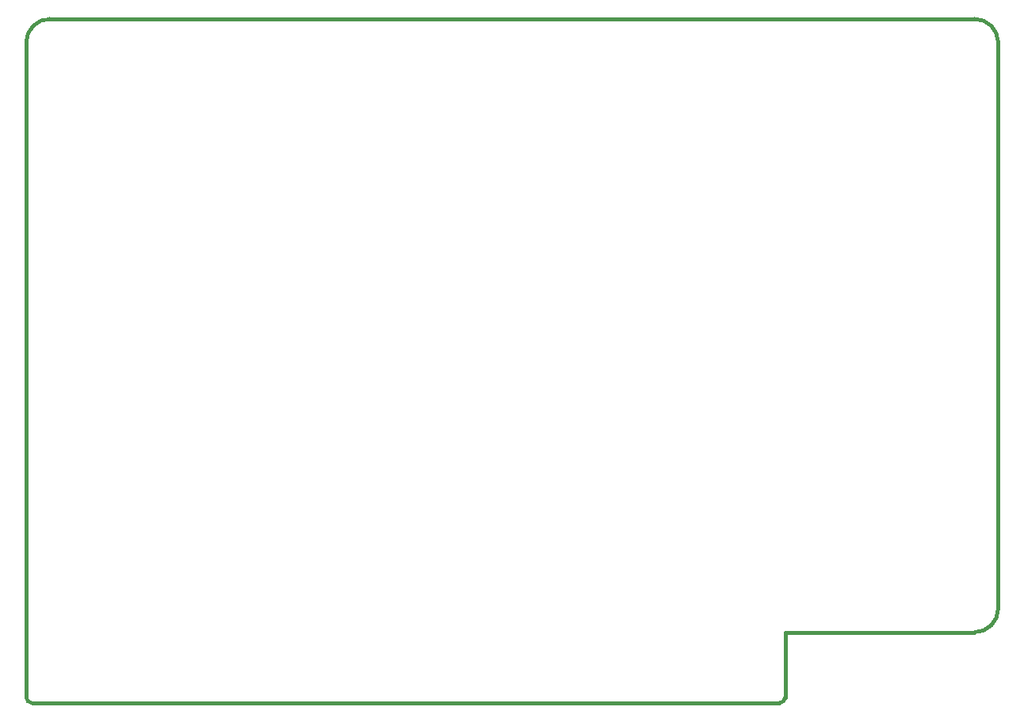
<source format=gbr>
%TF.GenerationSoftware,KiCad,Pcbnew,(5.1.6)-1*%
%TF.CreationDate,2020-12-22T22:51:50+03:00*%
%TF.ProjectId,RTL8019,52544c38-3031-4392-9e6b-696361645f70,rev?*%
%TF.SameCoordinates,Original*%
%TF.FileFunction,Profile,NP*%
%FSLAX46Y46*%
G04 Gerber Fmt 4.6, Leading zero omitted, Abs format (unit mm)*
G04 Created by KiCad (PCBNEW (5.1.6)-1) date 2020-12-22 22:51:50*
%MOMM*%
%LPD*%
G01*
G04 APERTURE LIST*
%TA.AperFunction,Profile*%
%ADD10C,0.381000*%
%TD*%
G04 APERTURE END LIST*
D10*
X133420000Y-123775000D02*
X133420000Y-53784500D01*
X214510000Y-116840000D02*
X214510000Y-123775000D01*
X135960000Y-51244500D02*
X234720000Y-51244500D01*
X237260000Y-53784500D02*
X237260000Y-114300000D01*
X214510000Y-116840000D02*
X234720000Y-116840000D01*
X237260000Y-53784500D02*
G75*
G03*
X234720000Y-51244500I-2540000J0D01*
G01*
X135960000Y-51244500D02*
G75*
G03*
X133420000Y-53784500I0J-2540000D01*
G01*
X234720000Y-116840000D02*
G75*
G03*
X237260000Y-114300000I0J2540000D01*
G01*
X133420000Y-123775000D02*
G75*
G03*
X134055000Y-124410000I635000J0D01*
G01*
X134055000Y-124410000D02*
X213875000Y-124410000D01*
X213875000Y-124410000D02*
G75*
G03*
X214510000Y-123775000I0J635000D01*
G01*
M02*

</source>
